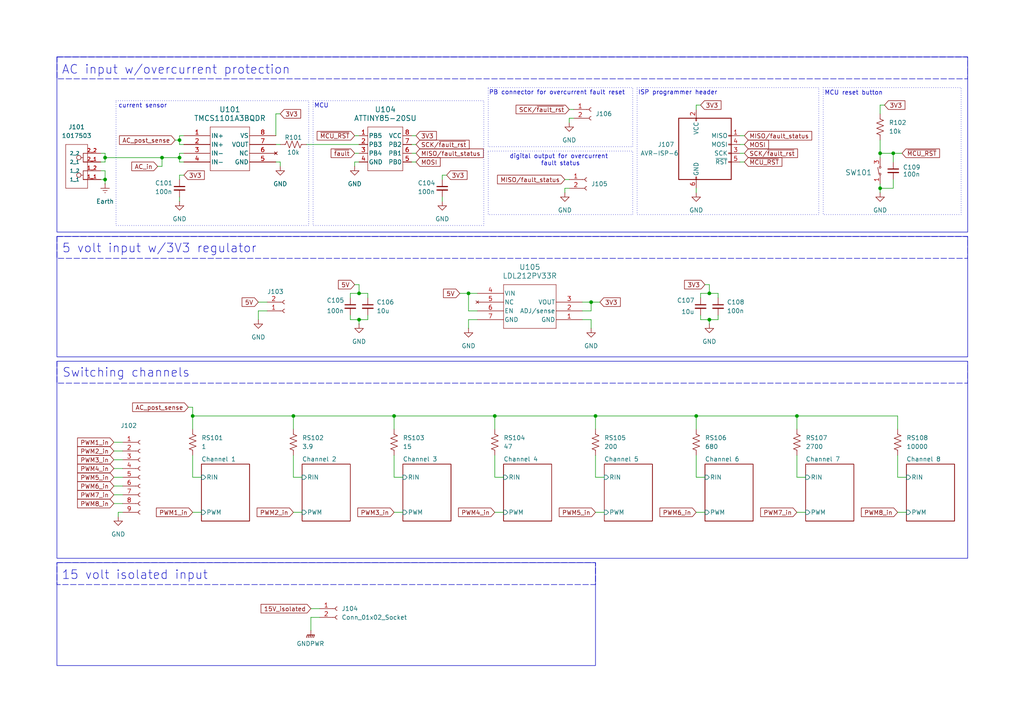
<source format=kicad_sch>
(kicad_sch (version 20231120) (generator "eeschema") (generator_version "8.0")
  (paper "A4")
  (title_block (title "Bidirectional Load Switch") (date "2024-09-17") (rev "0") (company "University of Wisconsin-Platteville") (comment 1 "Nicholas Loehrke"))
  (lib_symbols
    (symbol "Connector:Conn_01x02_Socket" (pin_names (offset 1.016) hide)
      (property "Reference" "J" (at 0 2.54 0))
      (property "Value" "Conn_01x02_Socket" (at 0 -5.08 0))
      (symbol "Conn_01x02_Socket_1_1"
        (arc (start 0 -2.032) (mid -0.5058 -2.54) (end 0 -3.048) (stroke (width 0.1524)))
        (polyline (pts (xy -1.27 -2.54) (xy -0.508 -2.54)) (stroke (width 0.1524)))
        (polyline (pts (xy -1.27 0) (xy -0.508 0)) (stroke (width 0.1524)))
        (arc (start 0 0.508) (mid -0.5058 0) (end 0 -0.508) (stroke (width 0.1524)))
        (pin passive line (at -5.08 0 0) (length 3.81) (name "Pin_1") (number "1"))
        (pin passive line (at -5.08 -2.54 0) (length 3.81) (name "Pin_2") (number "2"))
      )
    )
    (symbol "Connector:Conn_01x09_Socket" (pin_names (offset 1.016) hide)
      (property "Reference" "J" (at 0 12.7 0))
      (property "Value" "Conn_01x09_Socket" (at 0 -12.7 0))
      (symbol "Conn_01x09_Socket_1_1"
        (arc (start 0 -9.652) (mid -0.5058 -10.16) (end 0 -10.668) (stroke (width 0.1524)))
        (arc (start 0 -7.112) (mid -0.5058 -7.62) (end 0 -8.128) (stroke (width 0.1524)))
        (arc (start 0 -4.572) (mid -0.5058 -5.08) (end 0 -5.588) (stroke (width 0.1524)))
        (arc (start 0 -2.032) (mid -0.5058 -2.54) (end 0 -3.048) (stroke (width 0.1524)))
        (polyline (pts (xy -1.27 -10.16) (xy -0.508 -10.16)) (stroke (width 0.1524)))
        (polyline (pts (xy -1.27 -7.62) (xy -0.508 -7.62)) (stroke (width 0.1524)))
        (polyline (pts (xy -1.27 -5.08) (xy -0.508 -5.08)) (stroke (width 0.1524)))
        (polyline (pts (xy -1.27 -2.54) (xy -0.508 -2.54)) (stroke (width 0.1524)))
        (polyline (pts (xy -1.27 0) (xy -0.508 0)) (stroke (width 0.1524)))
        (polyline (pts (xy -1.27 2.54) (xy -0.508 2.54)) (stroke (width 0.1524)))
        (polyline (pts (xy -1.27 5.08) (xy -0.508 5.08)) (stroke (width 0.1524)))
        (polyline (pts (xy -1.27 7.62) (xy -0.508 7.62)) (stroke (width 0.1524)))
        (polyline (pts (xy -1.27 10.16) (xy -0.508 10.16)) (stroke (width 0.1524)))
        (arc (start 0 0.508) (mid -0.5058 0) (end 0 -0.508) (stroke (width 0.1524)))
        (arc (start 0 3.048) (mid -0.5058 2.54) (end 0 2.032) (stroke (width 0.1524)))
        (arc (start 0 5.588) (mid -0.5058 5.08) (end 0 4.572) (stroke (width 0.1524)))
        (arc (start 0 8.128) (mid -0.5058 7.62) (end 0 7.112) (stroke (width 0.1524)))
        (arc (start 0 10.668) (mid -0.5058 10.16) (end 0 9.652) (stroke (width 0.1524)))
        (pin passive line (at -5.08 10.16 0) (length 3.81) (name "Pin_1") (number "1"))
        (pin passive line (at -5.08 7.62 0) (length 3.81) (name "Pin_2") (number "2"))
        (pin passive line (at -5.08 5.08 0) (length 3.81) (name "Pin_3") (number "3"))
        (pin passive line (at -5.08 2.54 0) (length 3.81) (name "Pin_4") (number "4"))
        (pin passive line (at -5.08 0 0) (length 3.81) (name "Pin_5") (number "5"))
        (pin passive line (at -5.08 -2.54 0) (length 3.81) (name "Pin_6") (number "6"))
        (pin passive line (at -5.08 -5.08 0) (length 3.81) (name "Pin_7") (number "7"))
        (pin passive line (at -5.08 -7.62 0) (length 3.81) (name "Pin_8") (number "8"))
        (pin passive line (at -5.08 -10.16 0) (length 3.81) (name "Pin_9") (number "9"))
      )
    )
    (symbol "Device:C_Small" (pin_numbers hide) (pin_names (offset 0.254) hide)
      (property "Reference" "C" (at 0.254 1.778 0))
      (property "Value" "C_Small" (at 0.254 -2.032 0))
      (symbol "C_Small_0_1"
        (polyline (pts (xy -1.524 -0.508) (xy 1.524 -0.508)) (stroke (width 0.3302)))
        (polyline (pts (xy -1.524 0.508) (xy 1.524 0.508)) (stroke (width 0.3048)))
      )
      (symbol "C_Small_1_1"
        (pin passive line (at 0 2.54 270) (length 2.032) (name "~") (number "1"))
        (pin passive line (at 0 -2.54 90) (length 2.032) (name "~") (number "2"))
      )
    )
    (symbol "Device:R_US" (pin_numbers hide) (pin_names (offset 0))
      (property "Reference" "R" (at 2.54 0 90))
      (property "Value" "R_US" (at -2.54 0 90))
      (symbol "R_US_0_1"
        (polyline (pts (xy 0 -2.286) (xy 0 -2.54)))
        (polyline (pts (xy 0 2.286) (xy 0 2.54)))
        (polyline (pts (xy 0 -0.762) (xy 1.016 -1.143) (xy 0 -1.524) (xy -1.016 -1.905) (xy 0 -2.286)))
        (polyline (pts (xy 0 0.762) (xy 1.016 0.381) (xy 0 0) (xy -1.016 -0.381) (xy 0 -0.762)))
        (polyline (pts (xy 0 2.286) (xy 1.016 1.905) (xy 0 1.524) (xy -1.016 1.143) (xy 0 0.762)))
      )
      (symbol "R_US_1_1"
        (pin passive line (at 0 3.81 270) (length 1.27) (name "~") (number "1"))
        (pin passive line (at 0 -3.81 90) (length 1.27) (name "~") (number "2"))
      )
    )
    (symbol "LDL212PV33R_1" (pin_names (offset 0.254))
      (property "Reference" "U" (at 15.24 6.858 0))
      (property "Value" "LDL212PV33R" (at 15.24 4.318 0))
      (symbol "LDL212PV33R_1_0_1"
        (polyline (pts (xy 7.62 -10.16) (xy 22.86 -10.16)) (stroke (width 0.127)))
        (polyline (pts (xy 7.62 2.54) (xy 7.62 -10.16)) (stroke (width 0.127)))
        (polyline (pts (xy 22.86 -10.16) (xy 22.86 2.54)) (stroke (width 0.127)))
        (polyline (pts (xy 22.86 2.54) (xy 7.62 2.54)) (stroke (width 0.127)))
        (pin power_out line (at 0 0 0) (length 7.62) (name "GND") (number "1"))
        (pin unspecified line (at 0 -2.54 0) (length 7.62) (name "ADJ/sense") (number "2"))
        (pin output line (at 0 -5.08 0) (length 7.62) (name "VOUT") (number "3"))
        (pin unspecified line (at 30.48 -7.62 180) (length 7.62) (name "VIN") (number "4"))
        (pin no_connect line (at 30.48 -5.08 180) (length 7.62) (name "NC") (number "5"))
        (pin unspecified line (at 30.48 -2.54 180) (length 7.62) (name "EN") (number "6"))
        (pin power_out line (at 30.48 0 180) (length 7.62) (name "GND") (number "7"))
      )
    )
    (symbol "current_sensor_TMCS1101A3BQDR:TMCS1101A3BQDR" (pin_names (offset 0.254))
      (property "Reference" "U" (at 13.208 7.112 0))
      (property "Value" "TMCS1101A3BQDR" (at 13.716 4.572 0))
      (symbol "TMCS1101A3BQDR_0_1"
        (polyline (pts (xy 7.62 -10.16) (xy 19.05 -10.16)) (stroke (width 0.127)))
        (polyline (pts (xy 7.62 2.54) (xy 7.62 -10.16)) (stroke (width 0.127)))
        (polyline (pts (xy 19.05 -10.16) (xy 19.05 2.54)) (stroke (width 0.127)))
        (polyline (pts (xy 19.05 2.54) (xy 7.62 2.54)) (stroke (width 0.127)))
        (pin input line (at 0 0 0) (length 7.62) (name "IN+") (number "1"))
        (pin input line (at 0 -2.54 0) (length 7.62) (name "IN+") (number "2"))
        (pin input line (at 0 -5.08 0) (length 7.62) (name "IN-") (number "3"))
        (pin input line (at 0 -7.62 0) (length 7.62) (name "IN-") (number "4"))
        (pin power_out line (at 26.67 -7.62 180) (length 7.62) (name "GND") (number "5"))
        (pin no_connect line (at 26.67 -5.08 180) (length 7.62) (name "NC") (number "6"))
        (pin output line (at 26.67 -2.54 180) (length 7.62) (name "VOUT") (number "7"))
        (pin power_in line (at 26.67 0 180) (length 7.62) (name "VS") (number "8"))
      )
    )
    (symbol "isp:AVR-ISP-6" (pin_names (offset 1.016))
      (property "Reference" "J" (at -6.35 11.43 0))
      (property "Value" "AVR-ISP-6" (at 0 11.43 0))
      (symbol "AVR-ISP-6_0_1"
        (rectangle (start -7.62 10.16) (end 7.62 -7.62) (stroke (width 0.254)))
        (rectangle (start -2.667 -6.858) (end -2.413 -7.62))
        (rectangle (start -2.667 10.16) (end -2.413 9.398))
        (rectangle (start 7.62 -2.413) (end 6.858 -2.667))
        (rectangle (start 7.62 0.127) (end 6.858 -0.127))
        (rectangle (start 7.62 2.667) (end 6.858 2.413))
        (rectangle (start 7.62 5.207) (end 6.858 4.953))
      )
      (symbol "AVR-ISP-6_1_1"
        (pin passive line (at 10.16 5.08 180) (length 2.54) (name "MISO") (number "1"))
        (pin passive line (at -2.54 12.7 270) (length 2.54) (name "VCC") (number "2"))
        (pin passive line (at 10.16 0 180) (length 2.54) (name "SCK") (number "3"))
        (pin passive line (at 10.16 2.54 180) (length 2.54) (name "MOSI") (number "4"))
        (pin passive line (at 10.16 -2.54 180) (length 2.54) (name "~{RST}") (number "5"))
        (pin passive line (at -2.54 -10.16 90) (length 2.54) (name "GND") (number "6"))
      )
    )
    (symbol "mcu_ATTINY85-20SU:ATTINY85-20SU" (pin_names (offset 0.254))
      (property "Reference" "U" (at 12.7 6.35 0))
      (property "Value" "ATTINY85-20SU" (at 12.7 3.81 0))
      (symbol "ATTINY85-20SU_0_1"
        (polyline (pts (xy 7.62 -10.16) (xy 17.78 -10.16)) (stroke (width 0.127)))
        (polyline (pts (xy 7.62 2.54) (xy 7.62 -10.16)) (stroke (width 0.127)))
        (polyline (pts (xy 17.78 -10.16) (xy 17.78 2.54)) (stroke (width 0.127)))
        (polyline (pts (xy 17.78 2.54) (xy 7.62 2.54)) (stroke (width 0.127)))
        (pin power_in line (at 5.08 -7.62 0) (length 2.54) (name "GND") (number "4"))
        (pin power_in line (at 20.32 0 180) (length 2.54) (name "VCC") (number "8"))
      )
      (symbol "ATTINY85-20SU_1_1"
        (pin bidirectional line (at 5.08 0 0) (length 2.54) (name "PB5") (number "1"))
        (pin bidirectional line (at 5.08 -2.54 0) (length 2.54) (name "PB3") (number "2"))
        (pin bidirectional line (at 5.08 -5.08 0) (length 2.54) (name "PB4") (number "3"))
        (pin bidirectional line (at 20.32 -7.62 180) (length 2.54) (name "PB0") (number "5"))
        (pin bidirectional line (at 20.32 -5.08 180) (length 2.54) (name "PB1") (number "6"))
        (pin bidirectional line (at 20.32 -2.54 180) (length 2.54) (name "PB2") (number "7"))
      )
    )
    (symbol "power:Earth" (power) (pin_numbers hide) (pin_names (offset 0) hide)
      (property "Value" "Earth" (at 0 -3.81 0))
      (symbol "Earth_0_1"
        (polyline (pts (xy -0.635 -1.905) (xy 0.635 -1.905)))
        (polyline (pts (xy -0.127 -2.54) (xy 0.127 -2.54)))
        (polyline (pts (xy 0 -1.27) (xy 0 0)))
        (polyline (pts (xy 1.27 -1.27) (xy -1.27 -1.27)))
      )
      (symbol "Earth_1_1"
        (pin power_in line (at 0 0 270) (length 0) (name "~") (number "1"))
      )
    )
    (symbol "power:GND" (power) (pin_numbers hide) (pin_names (offset 0) hide)
      (property "Value" "GND" (at 0 -3.81 0))
      (symbol "GND_0_1"
        (polyline (pts (xy 0 0) (xy 0 -1.27) (xy 1.27 -1.27) (xy 0 -2.54) (xy -1.27 -1.27) (xy 0 -1.27)))
      )
      (symbol "GND_1_1"
        (pin power_in line (at 0 0 270) (length 0) (name "~") (number "1"))
      )
    )
    (symbol "power:GNDPWR" (power) (pin_numbers hide) (pin_names (offset 0) hide)
      (property "Value" "GNDPWR" (at 0 -3.302 0))
      (symbol "GNDPWR_0_1"
        (polyline (pts (xy 0 -1.27) (xy 0 0)))
        (polyline (pts (xy -1.016 -1.27) (xy -1.27 -2.032) (xy -1.27 -2.032)) (stroke (width 0.2032)))
        (polyline (pts (xy -0.508 -1.27) (xy -0.762 -2.032) (xy -0.762 -2.032)) (stroke (width 0.2032)))
        (polyline (pts (xy 0 -1.27) (xy -0.254 -2.032) (xy -0.254 -2.032)) (stroke (width 0.2032)))
        (polyline (pts (xy 0.508 -1.27) (xy 0.254 -2.032) (xy 0.254 -2.032)) (stroke (width 0.2032)))
        (polyline (pts (xy 1.016 -1.27) (xy -1.016 -1.27) (xy -1.016 -1.27)) (stroke (width 0.2032)))
        (polyline (pts (xy 1.016 -1.27) (xy 0.762 -2.032) (xy 0.762 -2.032) (xy 0.762 -2.032)) (stroke (width 0.2032)))
      )
      (symbol "GNDPWR_1_1"
        (pin power_in line (at 0 0 270) (length 0) (name "~") (number "1"))
      )
    )
    (symbol "spring_terminal_1017503:1017503" (pin_names (offset 1.016))
      (property "Reference" "J" (at -2.54 6.35 0))
      (property "Value" "1017503" (at -2.54 -10.16 0))
      (symbol "1017503_0_0"
        (circle (center -1.27 -3.81) (radius 0.635) (stroke (width 0.1524)))
        (circle (center -1.27 1.27) (radius 0.635) (stroke (width 0.1524)))
        (polyline (pts (xy -2.54 -3.81) (xy -1.905 -3.81)) (stroke (width 0.1524)))
        (polyline (pts (xy -2.54 -2.54) (xy -2.54 -5.08)) (stroke (width 0.1524)))
        (polyline (pts (xy -2.54 1.27) (xy -1.905 1.27)) (stroke (width 0.1524)))
        (polyline (pts (xy -2.54 2.54) (xy -2.54 0)) (stroke (width 0.1524)))
        (pin passive line (at -7.62 2.54 0) (length 5.08) (name "1_1") (number "1_1"))
        (pin passive line (at -7.62 0 0) (length 5.08) (name "1_2") (number "1_2"))
        (pin passive line (at -7.62 -2.54 0) (length 5.08) (name "2_1") (number "2_1"))
        (pin passive line (at -7.62 -5.08 0) (length 5.08) (name "2_2") (number "2_2"))
      )
      (symbol "1017503_0_1"
        (polyline (pts (xy -3.81 -7.62) (xy 2.54 -7.62)) (stroke (width 0.127)))
        (polyline (pts (xy -3.81 5.08) (xy -3.81 -7.62)) (stroke (width 0.127)))
        (polyline (pts (xy 2.54 -7.62) (xy 2.54 5.08)) (stroke (width 0.127)))
        (polyline (pts (xy 2.54 5.08) (xy -3.81 5.08)) (stroke (width 0.127)))
      )
    )
    (symbol "switch_PTS526_SK15_SMTR2_LFS:PTS526_SK15_SMTR2_LFS" (pin_names (offset 0.254))
      (property "Reference" "SW" (at 3.556 3.048 0))
      (symbol "PTS526_SK15_SMTR2_LFS_0_1"
        (polyline (pts (xy 2.8564 0.3033) (xy 4.7831 0.6988)))
        (circle (center 2.8557 0.0192) (radius 0.2602))
        (circle (center 4.8086 0.0098) (radius 0.2602))
      )
      (symbol "PTS526_SK15_SMTR2_LFS_1_1"
        (pin unspecified line (at 0 0 0) (length 2.54) (name "") (number "1"))
        (pin unspecified line (at 0 0 0) (length 2.54) hide (name "") (number "2"))
        (pin unspecified line (at 7.62 0 180) (length 2.54) (name "") (number "3"))
        (pin unspecified line (at 7.62 0 180) (length 2.54) hide (name "") (number "4"))
      )
    )
  )
  (junction (at 55.88 120.65))
  (junction (at 255.27 44.45))
  (junction (at 104.14 92.71))
  (junction (at 30.48 52.07))
  (junction (at 259.08 44.45))
  (junction (at 104.14 85.09))
  (junction (at 171.45 87.63))
  (junction (at 172.72 120.65))
  (junction (at 143.51 120.65))
  (junction (at 205.74 85.09))
  (junction (at 46.99 45.72))
  (junction (at 205.74 92.71))
  (junction (at 255.27 54.61))
  (junction (at 52.07 45.72))
  (junction (at 231.14 120.65))
  (junction (at 85.09 120.65))
  (junction (at 201.93 120.65))
  (junction (at 114.3 120.65))
  (junction (at 30.48 45.72))
  (junction (at 135.89 85.09))
  (junction (at 52.07 40.64))
  (wire (pts (xy 102.87 46.99) (xy 102.87 48.26)))
  (wire (pts (xy 259.08 46.99) (xy 259.08 44.45)))
  (wire (pts (xy 53.34 50.8) (xy 52.07 50.8)))
  (wire (pts (xy 255.27 54.61) (xy 255.27 53.34)))
  (wire (pts (xy 101.6 85.09) (xy 104.14 85.09)))
  (wire (pts (xy 146.05 148.59) (xy 143.51 148.59)))
  (wire (pts (xy 29.21 44.45) (xy 30.48 44.45)))
  (wire (pts (xy 34.29 148.59) (xy 34.29 149.86)))
  (wire (pts (xy 205.74 85.09) (xy 208.28 85.09)))
  (wire (pts (xy 114.3 138.43) (xy 114.3 132.08)))
  (wire (pts (xy 50.8 40.64) (xy 52.07 40.64)))
  (wire (pts (xy 116.84 148.59) (xy 114.3 148.59)))
  (wire (pts (xy 205.74 92.71) (xy 205.74 93.98)))
  (wire (pts (xy 33.02 138.43) (xy 35.56 138.43)))
  (wire (pts (xy 204.47 148.59) (xy 201.93 148.59)))
  (wire (pts (xy 255.27 44.45) (xy 255.27 45.72)))
  (wire (pts (xy 231.14 138.43) (xy 231.14 132.08)))
  (wire (pts (xy 106.68 92.71) (xy 106.68 91.44)))
  (wire (pts (xy 208.28 92.71) (xy 205.74 92.71)))
  (wire (pts (xy 80.01 33.02) (xy 80.01 39.37)))
  (wire (pts (xy 81.28 46.99) (xy 81.28 48.26)))
  (wire (pts (xy 260.35 120.65) (xy 260.35 124.46)))
  (wire (pts (xy 165.1 34.29) (xy 165.1 35.56)))
  (wire (pts (xy 101.6 92.71) (xy 101.6 91.44)))
  (wire (pts (xy 135.89 90.17) (xy 135.89 85.09)))
  (wire (pts (xy 208.28 85.09) (xy 208.28 86.36)))
  (wire (pts (xy 133.35 85.09) (xy 135.89 85.09)))
  (wire (pts (xy 106.68 85.09) (xy 106.68 86.36)))
  (wire (pts (xy 256.54 30.48) (xy 255.27 30.48)))
  (wire (pts (xy 166.37 34.29) (xy 165.1 34.29)))
  (wire (pts (xy 171.45 92.71) (xy 168.91 92.71)))
  (wire (pts (xy 30.48 52.07) (xy 30.48 53.34)))
  (wire (pts (xy 102.87 44.45) (xy 104.14 44.45)))
  (wire (pts (xy 143.51 138.43) (xy 143.51 132.08)))
  (wire (pts (xy 92.71 179.07) (xy 90.17 179.07)))
  (wire (pts (xy 90.17 179.07) (xy 90.17 182.88)))
  (wire (pts (xy 165.1 31.75) (xy 166.37 31.75)))
  (wire (pts (xy 102.87 39.37) (xy 104.14 39.37)))
  (wire (pts (xy 135.89 95.25) (xy 135.89 92.71)))
  (wire (pts (xy 30.48 45.72) (xy 46.99 45.72)))
  (wire (pts (xy 114.3 120.65) (xy 114.3 124.46)))
  (wire (pts (xy 101.6 92.71) (xy 104.14 92.71)))
  (wire (pts (xy 201.93 30.48) (xy 201.93 31.75)))
  (wire (pts (xy 85.09 148.59) (xy 87.63 148.59)))
  (wire (pts (xy 201.93 120.65) (xy 201.93 124.46)))
  (wire (pts (xy 45.72 48.26) (xy 46.99 48.26)))
  (wire (pts (xy 29.21 49.53) (xy 30.48 49.53)))
  (wire (pts (xy 52.07 44.45) (xy 52.07 45.72)))
  (wire (pts (xy 203.2 86.36) (xy 203.2 85.09)))
  (wire (pts (xy 168.91 87.63) (xy 171.45 87.63)))
  (wire (pts (xy 171.45 87.63) (xy 173.99 87.63)))
  (wire (pts (xy 204.47 138.43) (xy 201.93 138.43)))
  (wire (pts (xy 30.48 44.45) (xy 30.48 45.72)))
  (wire (pts (xy 29.21 46.99) (xy 30.48 46.99)))
  (wire (pts (xy 128.27 50.8) (xy 128.27 52.07)))
  (wire (pts (xy 203.2 92.71) (xy 203.2 91.44)))
  (wire (pts (xy 171.45 90.17) (xy 171.45 87.63)))
  (wire (pts (xy 102.87 82.55) (xy 104.14 82.55)))
  (wire (pts (xy 119.38 44.45) (xy 120.65 44.45)))
  (wire (pts (xy 104.14 46.99) (xy 102.87 46.99)))
  (wire (pts (xy 172.72 138.43) (xy 172.72 132.08)))
  (wire (pts (xy 214.63 39.37) (xy 215.9 39.37)))
  (wire (pts (xy 255.27 54.61) (xy 255.27 55.88)))
  (wire (pts (xy 119.38 46.99) (xy 120.65 46.99)))
  (wire (pts (xy 208.28 91.44) (xy 208.28 92.71)))
  (wire (pts (xy 165.1 54.61) (xy 163.83 54.61)))
  (wire (pts (xy 52.07 45.72) (xy 52.07 46.99)))
  (wire (pts (xy 163.83 52.07) (xy 165.1 52.07)))
  (wire (pts (xy 46.99 45.72) (xy 52.07 45.72)))
  (wire (pts (xy 135.89 85.09) (xy 138.43 85.09)))
  (wire (pts (xy 262.89 148.59) (xy 260.35 148.59)))
  (wire (pts (xy 53.34 44.45) (xy 52.07 44.45)))
  (wire (pts (xy 104.14 92.71) (xy 104.14 93.98)))
  (wire (pts (xy 30.48 49.53) (xy 30.48 52.07)))
  (wire (pts (xy 80.01 46.99) (xy 81.28 46.99)))
  (wire (pts (xy 119.38 39.37) (xy 120.65 39.37)))
  (wire (pts (xy 74.93 87.63) (xy 77.47 87.63)))
  (wire (pts (xy 231.14 120.65) (xy 260.35 120.65)))
  (wire (pts (xy 101.6 86.36) (xy 101.6 85.09)))
  (wire (pts (xy 171.45 95.25) (xy 171.45 92.71)))
  (wire (pts (xy 175.26 138.43) (xy 172.72 138.43)))
  (wire (pts (xy 172.72 120.65) (xy 201.93 120.65)))
  (wire (pts (xy 35.56 148.59) (xy 34.29 148.59)))
  (wire (pts (xy 52.07 41.91) (xy 53.34 41.91)))
  (wire (pts (xy 135.89 92.71) (xy 138.43 92.71)))
  (wire (pts (xy 52.07 50.8) (xy 52.07 52.07)))
  (wire (pts (xy 128.27 57.15) (xy 128.27 58.42)))
  (wire (pts (xy 205.74 82.55) (xy 205.74 85.09)))
  (wire (pts (xy 255.27 40.64) (xy 255.27 44.45)))
  (wire (pts (xy 260.35 138.43) (xy 260.35 132.08)))
  (wire (pts (xy 146.05 138.43) (xy 143.51 138.43)))
  (wire (pts (xy 33.02 130.81) (xy 35.56 130.81)))
  (wire (pts (xy 55.88 120.65) (xy 85.09 120.65)))
  (wire (pts (xy 201.93 120.65) (xy 231.14 120.65)))
  (wire (pts (xy 205.74 92.71) (xy 203.2 92.71)))
  (wire (pts (xy 29.21 52.07) (xy 30.48 52.07)))
  (wire (pts (xy 114.3 120.65) (xy 143.51 120.65)))
  (wire (pts (xy 52.07 57.15) (xy 52.07 58.42)))
  (wire (pts (xy 54.61 118.11) (xy 55.88 118.11)))
  (wire (pts (xy 87.63 138.43) (xy 85.09 138.43)))
  (wire (pts (xy 259.08 52.07) (xy 259.08 54.61)))
  (wire (pts (xy 88.9 41.91) (xy 104.14 41.91)))
  (wire (pts (xy 201.93 138.43) (xy 201.93 132.08)))
  (wire (pts (xy 214.63 46.99) (xy 215.9 46.99)))
  (wire (pts (xy 55.88 120.65) (xy 55.88 124.46)))
  (wire (pts (xy 80.01 41.91) (xy 81.28 41.91)))
  (wire (pts (xy 33.02 133.35) (xy 35.56 133.35)))
  (wire (pts (xy 204.47 82.55) (xy 205.74 82.55)))
  (wire (pts (xy 233.68 138.43) (xy 231.14 138.43)))
  (wire (pts (xy 55.88 138.43) (xy 55.88 132.08)))
  (wire (pts (xy 172.72 120.65) (xy 172.72 124.46)))
  (wire (pts (xy 104.14 92.71) (xy 106.68 92.71)))
  (wire (pts (xy 74.93 90.17) (xy 77.47 90.17)))
  (wire (pts (xy 203.2 30.48) (xy 201.93 30.48)))
  (wire (pts (xy 163.83 54.61) (xy 163.83 55.88)))
  (wire (pts (xy 58.42 138.43) (xy 55.88 138.43)))
  (wire (pts (xy 104.14 82.55) (xy 104.14 85.09)))
  (wire (pts (xy 138.43 90.17) (xy 135.89 90.17)))
  (wire (pts (xy 203.2 85.09) (xy 205.74 85.09)))
  (wire (pts (xy 255.27 44.45) (xy 259.08 44.45)))
  (wire (pts (xy 85.09 120.65) (xy 114.3 120.65)))
  (wire (pts (xy 255.27 54.61) (xy 259.08 54.61)))
  (wire (pts (xy 231.14 120.65) (xy 231.14 124.46)))
  (wire (pts (xy 201.93 54.61) (xy 201.93 55.88)))
  (wire (pts (xy 33.02 128.27) (xy 35.56 128.27)))
  (wire (pts (xy 74.93 92.71) (xy 74.93 90.17)))
  (wire (pts (xy 119.38 41.91) (xy 120.65 41.91)))
  (wire (pts (xy 255.27 30.48) (xy 255.27 33.02)))
  (wire (pts (xy 33.02 146.05) (xy 35.56 146.05)))
  (wire (pts (xy 80.01 33.02) (xy 81.28 33.02)))
  (wire (pts (xy 55.88 148.59) (xy 58.42 148.59)))
  (wire (pts (xy 52.07 39.37) (xy 52.07 40.64)))
  (wire (pts (xy 233.68 148.59) (xy 231.14 148.59)))
  (wire (pts (xy 214.63 41.91) (xy 215.9 41.91)))
  (wire (pts (xy 53.34 39.37) (xy 52.07 39.37)))
  (wire (pts (xy 104.14 85.09) (xy 106.68 85.09)))
  (wire (pts (xy 175.26 148.59) (xy 172.72 148.59)))
  (wire (pts (xy 90.17 176.53) (xy 92.71 176.53)))
  (wire (pts (xy 85.09 138.43) (xy 85.09 132.08)))
  (wire (pts (xy 33.02 135.89) (xy 35.56 135.89)))
  (wire (pts (xy 30.48 45.72) (xy 30.48 46.99)))
  (wire (pts (xy 55.88 118.11) (xy 55.88 120.65)))
  (wire (pts (xy 143.51 120.65) (xy 172.72 120.65)))
  (wire (pts (xy 85.09 120.65) (xy 85.09 124.46)))
  (wire (pts (xy 168.91 90.17) (xy 171.45 90.17)))
  (wire (pts (xy 259.08 44.45) (xy 261.62 44.45)))
  (wire (pts (xy 116.84 138.43) (xy 114.3 138.43)))
  (wire (pts (xy 214.63 44.45) (xy 215.9 44.45)))
  (wire (pts (xy 52.07 46.99) (xy 53.34 46.99)))
  (wire (pts (xy 33.02 140.97) (xy 35.56 140.97)))
  (wire (pts (xy 46.99 48.26) (xy 46.99 45.72)))
  (wire (pts (xy 129.54 50.8) (xy 128.27 50.8)))
  (wire (pts (xy 52.07 40.64) (xy 52.07 41.91)))
  (wire (pts (xy 262.89 138.43) (xy 260.35 138.43)))
  (wire (pts (xy 33.02 143.51) (xy 35.56 143.51)))
  (wire (pts (xy 143.51 120.65) (xy 143.51 124.46)))
  (rectangle (start 141.605 43.815) (end 183.515 62.23) (stroke (width 0) (type dot)))
  (rectangle (start 238.76 25.4) (end 278.765 62.23) (stroke (width 0) (type dot)))
  (rectangle (start 141.605 25.4) (end 183.515 42.545) (stroke (width 0) (type dot)))
  (rectangle (start 16.51 68.58) (end 280.67 103.505))
  (rectangle (start 90.805 29.21) (end 140.335 65.405) (stroke (width 0) (type dot)))
  (rectangle (start 16.51 16.51) (end 280.67 67.31))
  (rectangle (start 16.51 163.1978) (end 172.72 169.5478) (stroke (width 0) (type dash)))
  (rectangle (start 16.51 163.195) (end 172.72 193.04))
  (rectangle (start 16.51 104.7778) (end 280.67 111.1278) (stroke (width 0) (type dash)))
  (rectangle (start 33.655 29.21) (end 89.535 65.405) (stroke (width 0) (type dot)))
  (rectangle (start 16.51 104.775) (end 280.67 161.925))
  (rectangle (start 16.5287 16.5128) (end 280.67 22.8628) (stroke (width 0) (type dash)))
  (rectangle (start 16.51 68.58) (end 280.67 74.93) (stroke (width 0) (type dash)))
  (rectangle (start 184.785 25.4) (end 237.49 62.23) (stroke (width 0) (type dot)))
  (text "digital output for overcurrent \nfault status" (at 162.56 46.482 0) (effects (font (size 1.27 1.27))))
  (text "PB connector for overcurrent fault reset" (at 161.544 26.924 0) (effects (font (size 1.27 1.27))))
  (text "MCU" (at 93.218 30.734 0) (effects (font (size 1.27 1.27))))
  (text "Switching channels" (at 36.576 108.204 0) (effects (font (size 2.54 2.54))))
  (text "15 volt isolated input" (at 39.116 166.878 0) (effects (font (size 2.54 2.54))))
  (text "ISP programmer header" (at 196.596 26.924 0) (effects (font (size 1.27 1.27))))
  (text "MCU reset button" (at 247.6076 27.025 0) (effects (font (size 1.27 1.27))))
  (text "AC input w/overcurrent protection" (at 51.054 20.32 0) (effects (font (size 2.54 2.54))))
  (text "current sensor" (at 41.402 30.734 0) (effects (font (size 1.27 1.27))))
  (text "5 volt input w/3V3 regulator" (at 46.228 72.136 0) (effects (font (size 2.54 2.54))))
  (global_label "PWM1_in" (shape input) (at 55.88 148.59 180) (property "Intersheetrefs" "${INTERSHEET_REFS}" (effects (hide yes))))
  (global_label "PWM5_in" (shape input) (at 33.02 138.43 180) (property "Intersheetrefs" "${INTERSHEET_REFS}" (effects (hide yes))))
  (global_label "PWM6_in" (shape input) (at 33.02 140.97 180) (property "Intersheetrefs" "${INTERSHEET_REFS}" (effects (hide yes))))
  (global_label "3V3" (shape input) (at 173.99 87.63 0) (property "Intersheetrefs" "${INTERSHEET_REFS}" (effects (hide yes))))
  (global_label "AC_post_sense" (shape input) (at 54.61 118.11 180) (property "Intersheetrefs" "${INTERSHEET_REFS}" (effects (hide yes))))
  (global_label "PWM8_in" (shape input) (at 260.35 148.59 180) (property "Intersheetrefs" "${INTERSHEET_REFS}" (effects (hide yes))))
  (global_label "~{fault}" (shape input) (at 102.87 44.45 180) (property "Intersheetrefs" "${INTERSHEET_REFS}" (effects (hide yes))))
  (global_label "PWM4_in" (shape input) (at 143.51 148.59 180) (property "Intersheetrefs" "${INTERSHEET_REFS}" (effects (hide yes))))
  (global_label "3V3" (shape input) (at 120.65 39.37 0) (property "Intersheetrefs" "${INTERSHEET_REFS}" (effects (hide yes))))
  (global_label "3V3" (shape input) (at 203.2 30.48 0) (property "Intersheetrefs" "${INTERSHEET_REFS}" (effects (hide yes))))
  (global_label "MOSI" (shape input) (at 120.65 46.99 0) (property "Intersheetrefs" "${INTERSHEET_REFS}" (effects (hide yes))))
  (global_label "PWM3_in" (shape input) (at 33.02 133.35 180) (property "Intersheetrefs" "${INTERSHEET_REFS}" (effects (hide yes))))
  (global_label "PWM1_in" (shape input) (at 33.02 128.27 180) (property "Intersheetrefs" "${INTERSHEET_REFS}" (effects (hide yes))))
  (global_label "3V3" (shape input) (at 129.54 50.8 0) (property "Intersheetrefs" "${INTERSHEET_REFS}" (effects (hide yes))))
  (global_label "PWM4_in" (shape input) (at 33.02 135.89 180) (property "Intersheetrefs" "${INTERSHEET_REFS}" (effects (hide yes))))
  (global_label "MISO{slash}fault_status" (shape input) (at 215.9 39.37 0) (property "Intersheetrefs" "${INTERSHEET_REFS}" (effects (hide yes))))
  (global_label "PWM6_in" (shape input) (at 201.93 148.59 180) (property "Intersheetrefs" "${INTERSHEET_REFS}" (effects (hide yes))))
  (global_label "3V3" (shape input) (at 204.47 82.55 180) (property "Intersheetrefs" "${INTERSHEET_REFS}" (effects (hide yes))))
  (global_label "PWM5_in" (shape input) (at 172.72 148.59 180) (property "Intersheetrefs" "${INTERSHEET_REFS}" (effects (hide yes))))
  (global_label "MOSI" (shape input) (at 215.9 41.91 0) (property "Intersheetrefs" "${INTERSHEET_REFS}" (effects (hide yes))))
  (global_label "SCK{slash}~{fault_rst}" (shape input) (at 120.65 41.91 0) (property "Intersheetrefs" "${INTERSHEET_REFS}" (effects (hide yes))))
  (global_label "AC_in" (shape input) (at 45.72 48.26 180) (property "Intersheetrefs" "${INTERSHEET_REFS}" (effects (hide yes))))
  (global_label "3V3" (shape input) (at 53.34 50.8 0) (property "Intersheetrefs" "${INTERSHEET_REFS}" (effects (hide yes))))
  (global_label "SCK{slash}~{fault_rst}" (shape input) (at 215.9 44.45 0) (property "Intersheetrefs" "${INTERSHEET_REFS}" (effects (hide yes))))
  (global_label "15V_isolated" (shape input) (at 90.17 176.53 180) (property "Intersheetrefs" "${INTERSHEET_REFS}" (effects (hide yes))))
  (global_label "3V3" (shape input) (at 81.28 33.02 0) (property "Intersheetrefs" "${INTERSHEET_REFS}" (effects (hide yes))))
  (global_label "~{MCU_RST}" (shape input) (at 215.9 46.99 0) (property "Intersheetrefs" "${INTERSHEET_REFS}" (effects (hide yes))))
  (global_label "SCK{slash}~{fault_rst}" (shape input) (at 165.1 31.75 180) (property "Intersheetrefs" "${INTERSHEET_REFS}" (effects (hide yes))))
  (global_label "~{MCU_RST}" (shape input) (at 102.87 39.37 180) (property "Intersheetrefs" "${INTERSHEET_REFS}" (effects (hide yes))))
  (global_label "~{MCU_RST}" (shape input) (at 261.62 44.45 0) (property "Intersheetrefs" "${INTERSHEET_REFS}" (effects (hide yes))))
  (global_label "3V3" (shape input) (at 256.54 30.48 0) (property "Intersheetrefs" "${INTERSHEET_REFS}" (effects (hide yes))))
  (global_label "MISO{slash}fault_status" (shape input) (at 120.65 44.45 0) (property "Intersheetrefs" "${INTERSHEET_REFS}" (effects (hide yes))))
  (global_label "PWM8_in" (shape input) (at 33.02 146.05 180) (property "Intersheetrefs" "${INTERSHEET_REFS}" (effects (hide yes))))
  (global_label "PWM2_in" (shape input) (at 85.09 148.59 180) (property "Intersheetrefs" "${INTERSHEET_REFS}" (effects (hide yes))))
  (global_label "5V" (shape input) (at 133.35 85.09 180) (property "Intersheetrefs" "${INTERSHEET_REFS}" (effects (hide yes))))
  (global_label "PWM3_in" (shape input) (at 114.3 148.59 180) (property "Intersheetrefs" "${INTERSHEET_REFS}" (effects (hide yes))))
  (global_label "PWM7_in" (shape input) (at 33.02 143.51 180) (property "Intersheetrefs" "${INTERSHEET_REFS}" (effects (hide yes))))
  (global_label "MISO{slash}fault_status" (shape input) (at 163.83 52.07 180) (property "Intersheetrefs" "${INTERSHEET_REFS}" (effects (hide yes))))
  (global_label "PWM7_in" (shape input) (at 231.14 148.59 180) (property "Intersheetrefs" "${INTERSHEET_REFS}" (effects (hide yes))))
  (global_label "PWM2_in" (shape input) (at 33.02 130.81 180) (property "Intersheetrefs" "${INTERSHEET_REFS}" (effects (hide yes))))
  (global_label "AC_post_sense" (shape input) (at 50.8 40.64 180) (property "Intersheetrefs" "${INTERSHEET_REFS}" (effects (hide yes))))
  (global_label "5V" (shape input) (at 102.87 82.55 180) (property "Intersheetrefs" "${INTERSHEET_REFS}" (effects (hide yes))))
  (global_label "5V" (shape input) (at 74.93 87.63 180) (property "Intersheetrefs" "${INTERSHEET_REFS}" (effects (hide yes))))
  (symbol (lib_id "power:GNDPWR") (at 90.17 182.88 0) (unit 1)
    (property "Reference" "#PWR0110" (effects (hide yes)))
    (property "Value" "GNDPWR" (at 90.043 186.69 0))
    (property "Description" "Power symbol creates a global label with name \"GNDPWR\" , global ground" (effects (hide yes)))
  )
  (symbol (lib_id "Device:C_Small") (at 203.2 88.9 0) (unit 1)
    (property "Reference" "C107" (at 196.342 87.122 0) (effects (justify left)))
    (property "Value" "10u" (at 197.612 90.424 0) (effects (justify left)))
    (property "Footprint" "Capacitor_SMD:C_1206_3216Metric" (effects (hide yes)))
    (property "Description" "Unpolarized capacitor, small symbol" (effects (hide yes)))
  )
  (symbol (lib_id "power:GND") (at 34.29 149.86 0) (unit 1)
    (property "Reference" "#PWR0102" (effects (hide yes)))
    (property "Value" "GND" (at 34.29 154.94 0))
    (property "Description" "Power symbol creates a global label with name \"GND\" , ground" (effects (hide yes)))
  )
  (symbol (lib_id "Device:R_US") (at 85.09 41.91 90) (unit 1)
    (property "Reference" "R101" (at 85.09 39.878 90))
    (property "Value" "10k" (at 85.09 44.196 90))
    (property "Footprint" "Resistor_SMD:R_0603_1608Metric" (effects (hide yes)))
    (property "Description" "Resistor, US symbol" (effects (hide yes)))
  )
  (symbol (lib_id "Connector:Conn_01x02_Socket") (at 82.55 90.17 0) (mirror x) (unit 1)
    (property "Reference" "J103" (at 77.47 84.582 0) (effects (justify left)))
    (property "Value" "Conn_01x02_Socket" (effects (hide yes)))
    (property "Footprint" "Connector_PinHeader_2.54mm:PinHeader_1x02_P2.54mm_Vertical" (effects (hide yes)))
    (property "Description" "Generic connector, single row, 01x02, script generated" (effects (hide yes)))
  )
  (symbol (lib_id "Device:R_US") (at 114.3 128.27 0) (unit 1)
    (property "Reference" "RS103" (at 116.84 126.9999 0) (effects (justify left)))
    (property "Value" "15" (at 116.84 129.5399 0) (effects (justify left)))
    (property "Footprint" "Resistor_SMD:R_2512_6332Metric" (effects (hide yes)))
    (property "Description" "Resistor, US symbol" (effects (hide yes)))
  )
  (symbol (lib_id "Connector:Conn_01x02_Socket") (at 170.18 52.07 0) (unit 1)
    (property "Reference" "J105" (at 171.45 53.3399 0) (effects (justify left)))
    (property "Value" "Conn_01x02_Socket" (effects (hide yes)))
    (property "Footprint" "Connector_PinHeader_2.54mm:PinHeader_1x02_P2.54mm_Vertical" (effects (hide yes)))
    (property "Description" "Generic connector, single row, 01x02, script generated" (effects (hide yes)))
  )
  (symbol (lib_id "Device:R_US") (at 260.35 128.27 0) (unit 1)
    (property "Reference" "RS108" (at 262.89 126.9999 0) (effects (justify left)))
    (property "Value" "10000" (at 262.89 129.5399 0) (effects (justify left)))
    (property "Footprint" "Resistor_SMD:R_2512_6332Metric" (effects (hide yes)))
    (property "Description" "Resistor, US symbol" (effects (hide yes)))
  )
  (symbol (lib_id "power:GND") (at 81.28 48.26 0) (unit 1)
    (property "Reference" "#PWR0106" (effects (hide yes)))
    (property "Value" "GND" (at 81.28 53.34 0))
    (property "Description" "Power symbol creates a global label with name \"GND\" , ground" (effects (hide yes)))
  )
  (symbol (lib_id "power:GND") (at 128.27 58.42 0) (unit 1)
    (property "Reference" "#PWR0109" (effects (hide yes)))
    (property "Value" "GND" (at 128.27 63.5 0))
    (property "Description" "Power symbol creates a global label with name \"GND\" , ground" (effects (hide yes)))
  )
  (symbol (lib_id "Device:C_Small") (at 208.28 88.9 0) (unit 1)
    (property "Reference" "C108" (at 210.82 87.6362 0) (effects (justify left)))
    (property "Value" "100n" (at 210.82 90.1762 0) (effects (justify left)))
    (property "Footprint" "Capacitor_SMD:C_0603_1608Metric" (effects (hide yes)))
    (property "Description" "Unpolarized capacitor, small symbol" (effects (hide yes)))
  )
  (symbol (lib_id "power:GND") (at 135.89 95.25 0) (unit 1)
    (property "Reference" "#PWR0114" (effects (hide yes)))
    (property "Value" "GND" (at 135.89 100.33 0))
    (property "Description" "Power symbol creates a global label with name \"GND\" , ground" (effects (hide yes)))
  )
  (symbol (lib_id "spring_terminal_1017503:1017503") (at 21.59 49.53 180) (unit 1)
    (property "Reference" "J101" (at 22.225 36.83 0))
    (property "Value" "1017503" (at 22.225 39.37 0))
    (property "Footprint" "spring_terminal_1017503:PHOENIX_1017503" (effects (hide yes)))
    (property "PARTREV" "22.12.2017" (effects (hide yes)))
    (property "MANUFACTURER" "Phoenix Contact" (effects (hide yes)))
    (property "MAXIMUM_PACKAGE_HEIGHT" "19.2mm" (effects (hide yes)))
    (property "STANDARD" "Manufacturer Recommendations" (effects (hide yes)))
  )
  (symbol (lib_id "power:GND") (at 74.93 92.71 0) (unit 1)
    (property "Reference" "#PWR0108" (effects (hide yes)))
    (property "Value" "GND" (at 74.93 97.79 0))
    (property "Description" "Power symbol creates a global label with name \"GND\" , ground" (effects (hide yes)))
  )
  (symbol (lib_id "power:GND") (at 163.83 55.88 0) (unit 1)
    (property "Reference" "#PWR0112" (effects (hide yes)))
    (property "Value" "GND" (at 163.83 60.96 0))
    (property "Description" "Power symbol creates a global label with name \"GND\" , ground" (effects (hide yes)))
  )
  (symbol (lib_id "Connector:Conn_01x02_Socket") (at 97.79 176.53 0) (unit 1)
    (property "Reference" "J104" (at 99.06 176.5299 0) (effects (justify left)))
    (property "Value" "Conn_01x02_Socket" (at 99.06 179.0699 0) (effects (justify left)))
    (property "Footprint" "Connector_PinHeader_2.54mm:PinHeader_1x02_P2.54mm_Vertical" (effects (hide yes)))
    (property "Description" "Generic connector, single row, 01x02, script generated" (effects (hide yes)))
  )
  (symbol (lib_id "Device:C_Small") (at 52.07 54.61 0) (unit 1)
    (property "Reference" "C101" (at 44.958 53.086 0) (effects (justify left)))
    (property "Value" "100n" (at 44.958 55.626 0) (effects (justify left)))
    (property "Footprint" "Capacitor_SMD:C_0603_1608Metric" (effects (hide yes)))
    (property "Description" "Unpolarized capacitor, small symbol" (effects (hide yes)))
  )
  (symbol (lib_id "power:GND") (at 201.93 55.88 0) (unit 1)
    (property "Reference" "#PWR0115" (effects (hide yes)))
    (property "Value" "GND" (at 201.93 60.96 0))
    (property "Description" "Power symbol creates a global label with name \"GND\" , ground" (effects (hide yes)))
  )
  (symbol (lib_id "power:GND") (at 52.07 58.42 0) (unit 1)
    (property "Reference" "#PWR0103" (effects (hide yes)))
    (property "Value" "GND" (at 52.07 63.5 0))
    (property "Description" "Power symbol creates a global label with name \"GND\" , ground" (effects (hide yes)))
  )
  (symbol (lib_id "Device:R_US") (at 85.09 128.27 0) (unit 1)
    (property "Reference" "RS102" (at 87.63 126.9999 0) (effects (justify left)))
    (property "Value" "3.9" (at 87.63 129.5399 0) (effects (justify left)))
    (property "Footprint" "Resistor_SMD:R_2512_6332Metric" (effects (hide yes)))
    (property "Description" "Resistor, US symbol" (effects (hide yes)))
  )
  (symbol (lib_id "Device:R_US") (at 172.72 128.27 0) (unit 1)
    (property "Reference" "RS105" (at 175.26 126.9999 0) (effects (justify left)))
    (property "Value" "200" (at 175.26 129.5399 0) (effects (justify left)))
    (property "Footprint" "Resistor_SMD:R_2512_6332Metric" (effects (hide yes)))
    (property "Description" "Resistor, US symbol" (effects (hide yes)))
  )
  (symbol (lib_id "power:GND") (at 255.27 55.88 0) (unit 1)
    (property "Reference" "#PWR0118" (effects (hide yes)))
    (property "Value" "GND" (at 255.27 60.96 0))
    (property "Description" "Power symbol creates a global label with name \"GND\" , ground" (effects (hide yes)))
  )
  (symbol (lib_id "power:GND") (at 205.74 93.98 0) (unit 1)
    (property "Reference" "#PWR0117" (effects (hide yes)))
    (property "Value" "GND" (at 205.74 99.06 0))
    (property "Description" "Power symbol creates a global label with name \"GND\" , ground" (effects (hide yes)))
  )
  (symbol (lib_id "power:GND") (at 171.45 95.25 0) (unit 1)
    (property "Reference" "#PWR0116" (effects (hide yes)))
    (property "Value" "GND" (at 171.45 100.33 0))
    (property "Description" "Power symbol creates a global label with name \"GND\" , ground" (effects (hide yes)))
  )
  (symbol (lib_id "Device:R_US") (at 255.27 36.83 0) (unit 1)
    (property "Reference" "R102" (at 257.81 35.5599 0) (effects (justify left)))
    (property "Value" "10k" (at 257.81 38.0999 0) (effects (justify left)))
    (property "Footprint" "Resistor_SMD:R_0603_1608Metric" (effects (hide yes)))
    (property "Description" "Resistor, US symbol" (effects (hide yes)))
  )
  (symbol (lib_id "Device:R_US") (at 201.93 128.27 0) (unit 1)
    (property "Reference" "RS106" (at 204.47 126.9999 0) (effects (justify left)))
    (property "Value" "680" (at 204.47 129.5399 0) (effects (justify left)))
    (property "Footprint" "Resistor_SMD:R_2512_6332Metric" (effects (hide yes)))
    (property "Description" "Resistor, US symbol" (effects (hide yes)))
  )
  (symbol (lib_id "isp:AVR-ISP-6") (at 204.47 44.45 0) (unit 1)
    (property "Reference" "J107" (at 195.58 41.9099 0) (effects (justify right)))
    (property "Value" "AVR-ISP-6" (at 196.85 44.4499 0) (effects (justify right)))
    (property "Footprint" "Connector_IDC:IDC-Header_2x03_P2.54mm_Vertical" (effects (hide yes)))
    (property "Description" "Atmel 6-pin ISP connector" (effects (hide yes)))
  )
  (symbol (lib_id "Device:R_US") (at 231.14 128.27 0) (unit 1)
    (property "Reference" "RS107" (at 233.68 126.9999 0) (effects (justify left)))
    (property "Value" "2700" (at 233.68 129.5399 0) (effects (justify left)))
    (property "Footprint" "Resistor_SMD:R_2512_6332Metric" (effects (hide yes)))
    (property "Description" "Resistor, US symbol" (effects (hide yes)))
  )
  (symbol (lib_id "switch_PTS526_SK15_SMTR2_LFS:PTS526_SK15_SMTR2_LFS") (at 255.27 53.34 90) (unit 1)
    (property "Reference" "SW101" (at 245.11 50.038 90) (effects (font (size 1.524 1.524)) (justify right)))
    (property "Value" "PTS526 SK15 SMTR2 LFS" (effects (hide yes)))
    (property "Footprint" "switch_switch_PTS526_SK15_SMTR2_LFS:SMT_FS" (effects (hide yes)))
    (property "Datasheet" "PTS526 SK15 SMTR2 LFS" (effects (hide yes)))
  )
  (symbol (lib_id "Device:C_Small") (at 128.27 54.61 0) (unit 1)
    (property "Reference" "C104" (at 121.158 53.086 0) (effects (justify left)))
    (property "Value" "100n" (at 121.158 55.626 0) (effects (justify left)))
    (property "Footprint" "Capacitor_SMD:C_0603_1608Metric" (effects (hide yes)))
    (property "Description" "Unpolarized capacitor, small symbol" (effects (hide yes)))
  )
  (symbol (lib_id "Device:C_Small") (at 259.08 49.53 0) (unit 1)
    (property "Reference" "C109" (at 261.874 48.514 0) (effects (justify left)))
    (property "Value" "100n" (at 261.874 50.546 0) (effects (justify left)))
    (property "Footprint" "Capacitor_SMD:C_0603_1608Metric" (effects (hide yes)))
    (property "Description" "Unpolarized capacitor, small symbol" (effects (hide yes)))
  )
  (symbol (lib_id "Connector:Conn_01x09_Socket") (at 40.64 138.43 0) (unit 1)
    (property "Reference" "J102" (at 37.338 123.444 0))
    (property "Value" "Conn_01x09_Socket" (effects (hide yes)))
    (property "Footprint" "Connector_PinHeader_2.54mm:PinHeader_1x09_P2.54mm_Vertical" (effects (hide yes)))
    (property "Description" "Generic connector, single row, 01x09, script generated" (effects (hide yes)))
  )
  (symbol (lib_id "Connector:Conn_01x02_Socket") (at 171.45 31.75 0) (unit 1)
    (property "Reference" "J106" (at 172.72 33.0199 0) (effects (justify left)))
    (property "Value" "Conn_01x02_Socket" (effects (hide yes)))
    (property "Footprint" "Connector_PinHeader_2.54mm:PinHeader_1x02_P2.54mm_Vertical" (effects (hide yes)))
    (property "Description" "Generic connector, single row, 01x02, script generated" (effects (hide yes)))
  )
  (symbol (lib_id "power:GND") (at 102.87 48.26 0) (unit 1)
    (property "Reference" "#PWR0107" (effects (hide yes)))
    (property "Value" "GND" (at 102.87 53.34 0))
    (property "Description" "Power symbol creates a global label with name \"GND\" , ground" (effects (hide yes)))
  )
  (symbol (lib_id "current_sensor_TMCS1101A3BQDR:TMCS1101A3BQDR") (at 53.34 39.37 0) (unit 1)
    (property "Reference" "U101" (at 66.675 31.75 0) (effects (font (size 1.524 1.524))))
    (property "Value" "TMCS1101A3BQDR" (at 66.675 34.29 0) (effects (font (size 1.524 1.524))))
    (property "Footprint" "current_sensor_TMCS1101A3BQDR:SOIC8_D_TEX" (effects (hide yes)))
    (property "Datasheet" "TMCS1101A3BQDRQ1" (effects (hide yes)))
  )
  (symbol (lib_id "Device:R_US") (at 143.51 128.27 0) (unit 1)
    (property "Reference" "RS104" (at 146.05 126.9999 0) (effects (justify left)))
    (property "Value" "47" (at 146.05 129.5399 0) (effects (justify left)))
    (property "Footprint" "Resistor_SMD:R_2512_6332Metric" (effects (hide yes)))
    (property "Description" "Resistor, US symbol" (effects (hide yes)))
  )
  (symbol (lib_id "Device:C_Small") (at 106.68 88.9 0) (unit 1)
    (property "Reference" "C106" (at 109.22 87.6362 0) (effects (justify left)))
    (property "Value" "10u" (at 109.22 90.1762 0) (effects (justify left)))
    (property "Footprint" "Capacitor_SMD:C_1206_3216Metric" (effects (hide yes)))
    (property "Description" "Unpolarized capacitor, small symbol" (effects (hide yes)))
  )
  (symbol (lib_id "Device:R_US") (at 55.88 128.27 0) (unit 1)
    (property "Reference" "RS101" (at 58.42 126.9999 0) (effects (justify left)))
    (property "Value" "1" (at 58.42 129.5399 0) (effects (justify left)))
    (property "Footprint" "Resistor_SMD:R_2512_6332Metric" (effects (hide yes)))
    (property "Description" "Resistor, US symbol" (effects (hide yes)))
  )
  (symbol (lib_id "power:Earth") (at 30.48 53.34 0) (unit 1)
    (property "Reference" "#PWR0101" (effects (hide yes)))
    (property "Value" "Earth" (at 30.48 58.42 0))
    (property "Description" "Power symbol creates a global label with name \"Earth\"" (effects (hide yes)))
  )
  (symbol (lib_id "power:GND") (at 104.14 93.98 0) (unit 1)
    (property "Reference" "#PWR0111" (effects (hide yes)))
    (property "Value" "GND" (at 104.14 99.06 0))
    (property "Description" "Power symbol creates a global label with name \"GND\" , ground" (effects (hide yes)))
  )
  (symbol (lib_id "power:GND") (at 165.1 35.56 0) (unit 1)
    (property "Reference" "#PWR0113" (effects (hide yes)))
    (property "Value" "GND" (at 165.1 40.64 0))
    (property "Description" "Power symbol creates a global label with name \"GND\" , ground" (effects (hide yes)))
  )
  (symbol (lib_id "Device:C_Small") (at 101.6 88.9 0) (unit 1)
    (property "Reference" "C105" (at 94.742 87.122 0) (effects (justify left)))
    (property "Value" "100n" (at 94.742 90.17 0) (effects (justify left)))
    (property "Footprint" "Capacitor_SMD:C_0603_1608Metric" (effects (hide yes)))
    (property "Description" "Unpolarized capacitor, small symbol" (effects (hide yes)))
  )
  (symbol (lib_id "mcu_ATTINY85-20SU:ATTINY85-20SU") (at 99.06 39.37 0) (unit 1)
    (property "Reference" "U104" (at 111.76 31.75 0) (effects (font (size 1.524 1.524))))
    (property "Value" "ATTINY85-20SU" (at 111.76 34.29 0) (effects (font (size 1.524 1.524))))
    (property "Footprint" "mcu_ATTINY85_20SU:8S2_ATM" (effects (hide yes)))
    (property "Datasheet" "ATTINY85-20SU" (effects (hide yes)))
  )
  (symbol (lib_name "LDL212PV33R_1") (lib_id "ldo_LDL212PV33R:LDL212PV33R") (at 168.91 92.71 180) (unit 1)
    (property "Reference" "U105" (at 153.67 77.47 0) (effects (font (size 1.524 1.524))))
    (property "Value" "LDL212PV33R" (at 153.67 80.01 0) (effects (font (size 1.524 1.524))))
    (property "Footprint" "ldo_LDL212PV33R:DFN_V33R_STM" (effects (hide yes)))
    (property "Datasheet" "LDL212PV33R" (effects (hide yes)))
  )
  (sheet (at 58.42 134.62) (size 13.97 16.51) (stroke (width 0.1524))
    (property "Sheetname" "Channel 1" (at 58.42 133.9084 0) (effects (justify left bottom)))
    (property "Sheetfile" "switching_channel.kicad_sch" (effects (hide yes)))
    (pin "PWM" input (at 58.42 148.59 180))
    (pin "RIN" input (at 58.42 138.43 180))
  )
  (sheet (at 233.68 134.62) (size 13.97 16.51) (stroke (width 0.1524))
    (property "Sheetname" "Channel 7" (at 233.68 133.9084 0) (effects (justify left bottom)))
    (property "Sheetfile" "switching_channel.kicad_sch" (effects (hide yes)))
    (pin "PWM" input (at 233.68 148.59 180))
    (pin "RIN" input (at 233.68 138.43 180))
  )
  (sheet (at 262.89 134.62) (size 13.97 16.51) (stroke (width 0.1524))
    (property "Sheetname" "Channel 8" (at 262.89 133.9084 0) (effects (justify left bottom)))
    (property "Sheetfile" "switching_channel.kicad_sch" (effects (hide yes)))
    (pin "PWM" input (at 262.89 148.59 180))
    (pin "RIN" input (at 262.89 138.43 180))
  )
  (sheet (at 146.05 134.62) (size 13.97 16.51) (stroke (width 0.1524))
    (property "Sheetname" "Channel 4" (at 146.05 133.9084 0) (effects (justify left bottom)))
    (property "Sheetfile" "switching_channel.kicad_sch" (effects (hide yes)))
    (pin "PWM" input (at 146.05 148.59 180))
    (pin "RIN" input (at 146.05 138.43 180))
  )
  (sheet (at 175.26 134.62) (size 13.97 16.51) (stroke (width 0.1524))
    (property "Sheetname" "Channel 5" (at 175.26 133.9084 0) (effects (justify left bottom)))
    (property "Sheetfile" "switching_channel.kicad_sch" (effects (hide yes)))
    (pin "PWM" input (at 175.26 148.59 180))
    (pin "RIN" input (at 175.26 138.43 180))
  )
  (sheet (at 204.47 134.62) (size 13.97 16.51) (stroke (width 0.1524))
    (property "Sheetname" "Channel 6" (at 204.47 133.9084 0) (effects (justify left bottom)))
    (property "Sheetfile" "switching_channel.kicad_sch" (effects (hide yes)))
    (pin "PWM" input (at 204.47 148.59 180))
    (pin "RIN" input (at 204.47 138.43 180))
  )
  (sheet (at 116.84 134.62) (size 13.97 16.51) (stroke (width 0.1524))
    (property "Sheetname" "Channel 3" (at 116.84 133.9084 0) (effects (justify left bottom)))
    (property "Sheetfile" "switching_channel.kicad_sch" (effects (hide yes)))
    (pin "PWM" input (at 116.84 148.59 180))
    (pin "RIN" input (at 116.84 138.43 180))
  )
  (sheet (at 87.63 134.62) (size 13.97 16.51) (stroke (width 0.1524))
    (property "Sheetname" "Channel 2" (at 87.63 133.9084 0) (effects (justify left bottom)))
    (property "Sheetfile" "switching_channel.kicad_sch" (effects (hide yes)))
    (pin "PWM" input (at 87.63 148.59 180))
    (pin "RIN" input (at 87.63 138.43 180))
  )
)
</source>
